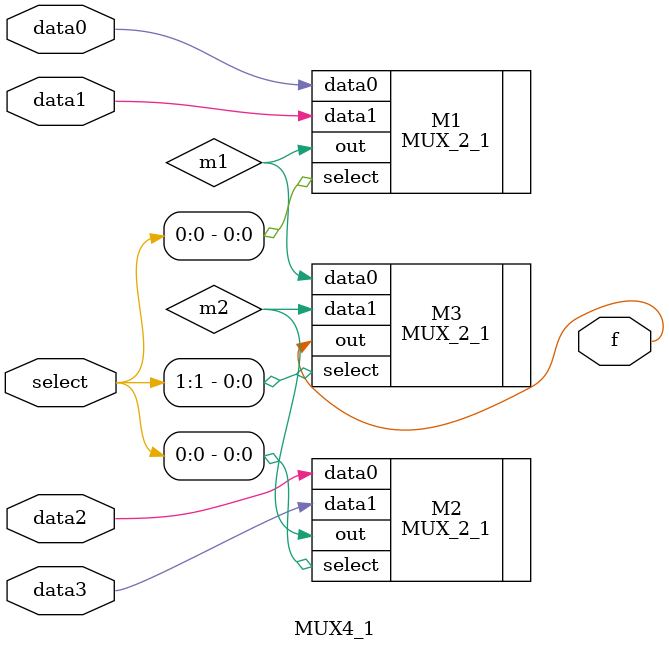
<source format=v>
    
    
module MUX4_1
    (
    input data0,
    input data1,
    input data2,
    input data3,
    input [1:0]select,
    output     f
    );
    wire m1,m2;
    
    MUX_2_1 M1(.data0(data0),.data1(data1),.select(select[0]),.out(m1));
    MUX_2_1 M2(.data0(data2),.data1(data3),.select(select[0]),.out(m2));
    MUX_2_1 M3(.data0(m1),   .data1(m2),   .select(select[1]),.out(f));
    
endmodule


</source>
